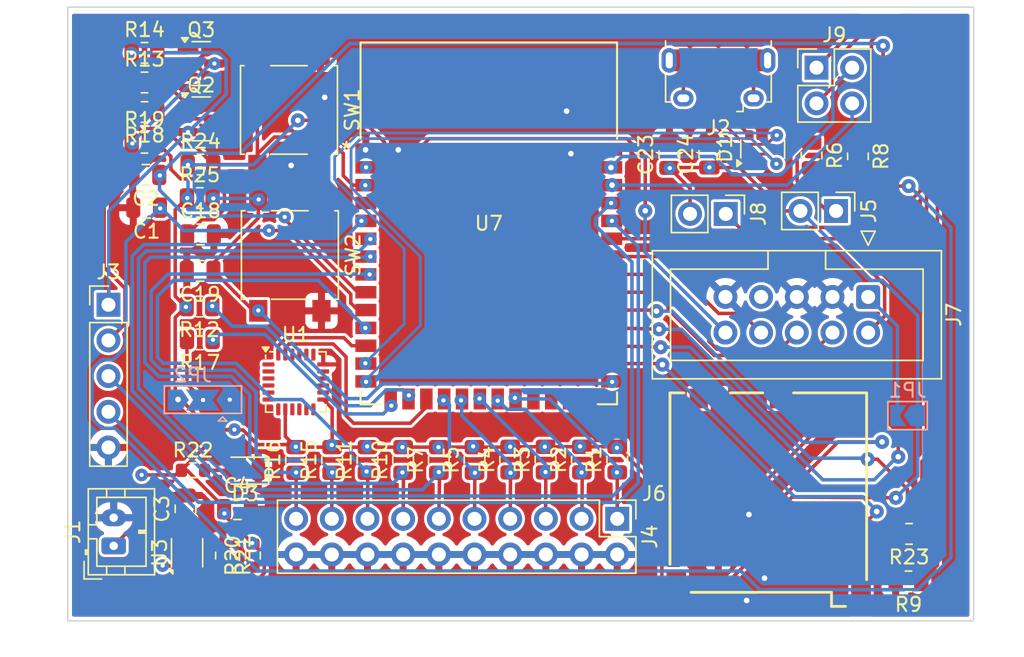
<source format=kicad_pcb>
(kicad_pcb (version 20240108) (generator "pcbnew") (generator_version "8.0")
  (layers (0 "F.Cu" signal) (31 "B.Cu" signal) (34 "B.Paste" user) (35 "F.Paste" user) (36 "B.SilkS" user "B.Silkscreen") (37 "F.SilkS" user "F.Silkscreen") (38 "B.Mask" user) (39 "F.Mask" user) (44 "Edge.Cuts" user))
  (net 0 "")
  (net 1 "GND")
  (net 2 "/End Hike")
  (net 3 "/Start Hike")
  (net 4 "/POWER FROM BATTERY")
  (net 5 "+3V3")
  (net 6 "/CHIP_PU")
  (net 7 "/GPIO0_STRAPPING")
  (net 8 "/D+")
  (net 9 "+5V")
  (net 10 "/D-")
  (net 11 "Net-(D3-A)")
  (net 12 "unconnected-(J2-Shield-Pad6)")
  (net 14 "/RX")
  (net 15 "/TX")
  (net 16 "/DTR")
  (net 17 "/RTS")
  (net 18 "/PRESS3")
  (net 19 "/PRESS1")
  (net 20 "/PRESS9")
  (net 21 "/PRESS6")
  (net 22 "/PRESS5")
  (net 23 "/PRESS7")
  (net 24 "/PRESS8")
  (net 25 "/PRESS10")
  (net 26 "/PRESS2")
  (net 27 "/PRESS4")
  (net 28 "Net-(J5-Pin_1)")
  (net 29 "/MTDO")
  (net 30 "/MTMS")
  (net 31 "/MTDI")
  (net 33 "Net-(J7-VTref)")
  (net 34 "/MTCK")
  (net 35 "Net-(J8-Pin_1)")
  (net 36 "Net-(JP2-C)")
  (net 37 "Net-(Q2-C)")
  (net 38 "Net-(Q2-B)")
  (net 39 "Net-(Q3-B)")
  (net 40 "Net-(Q3-C)")
  (net 41 "/GPIO46_STRAPPING")
  (net 42 "/GPIO3_STRAPPING")
  (net 43 "Net-(U3-FB)")
  (net 46 "/SCL_6050")
  (net 61 "/SDA_6050")
  (net 68 "/VBAT_SENSE")
  (net 71 "/SCLK")
  (net 72 "/GPIO45_STRAPPING")
  (net 73 "/CS")
  (net 74 "/MOSI")
  (net 75 "Net-(J9-Pin_1)")
  (net 76 "/MISO")
  (net 77 "Net-(J9-Pin_3)")
  (net 78 "Net-(J9-Pin_2)")
  (net 79 "Net-(J9-Pin_4)")
  (footprint "Connector_PinHeader_2.54mm:PinHeader_1x02_P2.54mm_Vertical" (layer "F.Cu") (at 210.67 52.69 -90)
    (property "Reference" "J8")
    (property "Value" "Conn_01x02_Pin")
  )
  (footprint "Resistor_SMD:R_0805_2012Metric" (layer "F.Cu") (at 173.2026 59.2836 180)
    (property "Reference" "R12")
    (property "Value" "1k")
  )
  (footprint "Button_Switch_SMD:SW_SPST_B3S-1000" (layer "F.Cu") (at 179.6416 55.6154 -90)
    (property "Reference" "SW2")
    (property "Value" "SW_Push")
  )
  (footprint "Package_TO_SOT_SMD:SOT-23" (layer "F.Cu") (at 173.3319 45.9232)
    (property "Reference" "Q2")
    (property "Value" "SS8050-G")
  )
  (footprint "Resistor_SMD:R_0805_2012Metric" (layer "F.Cu") (at 187.706 70.2056 90)
    (property "Reference" "R10")
    (property "Value" "1k")
  )
  (footprint "MEM2051-00-195-00-A:GCT_MEM2051-00-195-00-A" (layer "F.Cu") (at 213.7 73.03)
    (property "Reference" "J6")
    (property "Value" "PJS008U-3000-0")
  )
  (footprint "local_footprints:ESP32-S3-WROOM-1_EXP" (layer "F.Cu") (at 193.802 53.3654)
    (property "Reference" "U7")
    (property "Value" "ESP32-S3-WROOM-1-N16R2")
  )
  (footprint "Package_TO_SOT_SMD:SOT-143" (layer "F.Cu") (at 213.3015 48.0846 90)
    (property "Reference" "D1")
    (property "Value" "SP0503BAHT")
  )
  (footprint "Resistor_SMD:R_0805_2012Metric" (layer "F.Cu") (at 169.291 43.3324)
    (property "Reference" "R13")
    (property "Value" "10k")
  )
  (footprint "Capacitor_SMD:C_0805_2012Metric" (layer "F.Cu") (at 206.6608 48.4656 90)
    (property "Reference" "C23")
    (property "Value" "10u")
  )
  (footprint "Capacitor_SMD:C_0805_2012Metric" (layer "F.Cu") (at 209.5056 48.4402 90)
    (property "Reference" "C24")
    (property "Value" "100n")
  )
  (footprint "Resistor_SMD:R_0805_2012Metric" (layer "F.Cu") (at 192.786 70.2056 90)
    (property "Reference" "R5")
    (property "Value" "1k")
  )
  (footprint "Resistor_SMD:R_0805_2012Metric" (layer "F.Cu") (at 173.228 61.6204 180)
    (property "Reference" "R17")
    (property "Value" "1k")
  )
  (footprint "Resistor_SMD:R_0603_1608Metric" (layer "F.Cu") (at 172.7454 70.9422)
    (property "Reference" "R22")
    (property "Value" "5.1k")
  )
  (footprint "Connector_JST:JST_PH_B2B-PH-K_1x02_P2.00mm_Vertical" (layer "F.Cu") (at 167.0988 76.3204 90)
    (property "Reference" "J1")
    (property "Value" "Conn_01x02_Pin")
  )
  (footprint "Resistor_SMD:R_0805_2012Metric" (layer "F.Cu") (at 173.228 51.562)
    (property "Reference" "R25")
    (property "Value" "100k")
  )
  (footprint "Capacitor_SMD:C_0805_2012Metric" (layer "F.Cu") (at 169.3926 49.911 180)
    (property "Reference" "C2")
    (property "Value" "1uF")
  )
  (footprint "Resistor_SMD:R_0805_2012Metric" (layer "F.Cu") (at 202.946 70.1802 90)
    (property "Reference" "R1")
    (property "Value" "1k")
  )
  (footprint "Resistor_SMD:R_0805_2012Metric" (layer "F.Cu") (at 169.291 41.2242)
    (property "Reference" "R14")
    (property "Value" "10k")
  )
  (footprint "Resistor_SMD:R_0805_2012Metric" (layer "F.Cu") (at 182.6514 70.2056 90)
    (property "Reference" "R15")
    (property "Value" "1k")
  )
  (footprint "Capacitor_SMD:C_0805_2012Metric" (layer "F.Cu") (at 169.4434 52.2478 180)
    (property "Reference" "C1")
    (property "Value" "1uF")
  )
  (footprint "Resistor_SMD:R_0805_2012Metric" (layer "F.Cu") (at 200.4314 70.1802 90)
    (property "Reference" "R2")
    (property "Value" "1k")
  )
  (footprint "LED_SMD:LED_0805_2012Metric" (layer "F.Cu") (at 176.4538 70.9676 180)
    (property "Reference" "D3")
    (property "Value" "LED")
  )
  (footprint "Resistor_SMD:R_0805_2012Metric" (layer "F.Cu") (at 173.2788 49.1744)
    (property "Reference" "R24")
    (property "Value" "100k")
  )
  (footprint "Resistor_SMD:R_0805_2012Metric" (layer "F.Cu") (at 169.291 45.4406 180)
    (property "Reference" "R18")
    (property "Value" "10k")
  )
  (footprint "Capacitor_SMD:C_0805_2012Metric" (layer "F.Cu") (at 172.212 73.6854 90)
    (property "Reference" "C3")
    (property "Value" "10uF")
  )
  (footprint "Resistor_SMD:R_0805_2012Metric" (layer "F.Cu") (at 197.8406 70.1802 90)
    (property "Reference" "R3")
    (property "Value" "1k")
  )
  (footprint "Resistor_SMD:R_0805_2012Metric" (layer "F.Cu") (at 223.6825 78.85 180)
    (property "Reference" "R9")
    (property "Value" "100k")
  )
  (footprint "Package_SON:WSON-6-1EP_2x2mm_P0.65mm_EP1x1.6mm" (layer "F.Cu") (at 172.324 76.8081 90)
    (property "Reference" "U3")
    (property "Value" "TLV75801PDRV")
  )
  (footprint "Resistor_SMD:R_0805_2012Metric" (layer "F.Cu") (at 195.326 70.1802 90)
    (property "Reference" "R4")
    (property "Value" "1k")
  )
  (footprint "Connector_PinHeader_2.54mm:PinHeader_2x10_P2.54mm_Vertical" (layer "F.Cu") (at 202.946 74.3966 -90)
    (property "Reference" "J4")
    (property "Value" "Conn_02x10_Odd_Even")
  )
  (footprint "Resistor_SMD:R_0805_2012Metric" (layer "F.Cu") (at 220.08 48.59 -90)
    (property "Reference" "R8")
    (property "Value" "5k")
  )
  (footprint "Resistor_SMD:R_0805_2012Metric" (layer "F.Cu") (at 216.78 48.53 -90)
    (property "Reference" "R6")
    (property "Value" "5k")
  )
  (footprint "Resistor_SMD:R_0603_1608Metric" (layer "F.Cu") (at 174.879 77.0128 -90)
    (property "Reference" "R21")
    (property "Value" "200k")
  )
  (footprint "Connector_IDC:IDC-Header_2x05_P2.54mm_Vertical" (layer "F.Cu") (at 220.81 58.6 -90)
    (property "Reference" "J7")
    (property "Value" "Conn_ARM_JTAG_SWD_10")
  )
  (footprint "Resistor_SMD:R_0805_2012Metric" (layer "F.Cu") (at 185.166 70.2056 90)
    (property "Reference" "R11")
    (property "Value" "1k")
  )
  (footprint "Resistor_SMD:R_0805_2012Metric" (layer "F.Cu") (at 169.291 47.625)
    (property "Reference" "R19")
    (property "Value" "10k")
  )
  (footprint "Resistor_SMD:R_0805_2012Metric" (layer "F.Cu") (at 223.7225 75.47 180)
    (property "Reference" "R23")
    (property "Value" "100k")
  )
  (footprint "Resistor_SMD:R_0805_2012Metric" (layer "F.Cu") (at 180.086 70.2056 90)
    (property "Reference" "R16")
    (property "Value" "1k")
  )
  (footprint "Connector_PinHeader_2.54mm:PinHeader_1x05_P2.54mm_Vertical" (layer "F.Cu") (at 166.7256 59.1566)
    (property "Reference" "J3")
    (property "Value" "Conn_01x05_Female")
  )
  (footprint "Sensor_Motion:InvenSense_QFN-24_4x4mm_P0.5mm" (layer "F.Cu") (at 180.0664 64.655)
    (property "Reference" "U1")
    (property "Value" "MPU-6050")
  )
  (footprint "Button_Switch_SMD:SW_SPST_B3S-1000" (layer "F.Cu") (at 179.578 45.2882 -90)
    (property "Reference" "SW1")
    (property "Value" "SW_Push")
  )
  (footprint "Connector_PinHeader_2.54mm:PinHeader_1x02_P2.54mm_Vertical" (layer "F.Cu") (at 218.525 52.48 -90)
    (property "Reference" "J5")
    (property "Value" "Conn_01x02_Pin")
  )
  (footprint "Package_TO_SOT_SMD:SOT-23" (layer "F.Cu") (at 173.3296 41.9862)
    (property "Reference" "Q3")
    (property "Value" "SS8050-G")
  )
  (footprint "Resistor_SMD:R_0603_1608Metric" (layer "F.Cu") (at 177.0126 77.0128 90)
    (property "Reference" "R20")
    (property "Value" "1M")
  )
  (footprint "Resistor_SMD:R_0805_2012Metric" (layer "F.Cu") (at 190.246 70.2056 90)
    (property "Reference" "R7")
    (property "Value" "1k")
  )
  (footprint "Capacitor_SMD:C_0805_2012Metric" (layer "F.Cu") (at 175.9102 73.7108)
    (property "Reference" "C4")
    (property "Value" "10uF")
  )
  (footprint "Connector_USB:USB_Micro-B_Amphenol_10118194_Horizontal" (layer "F.Cu") (at 210.15 43.06 180)
    (property "Reference" "J2")
    (property "Value" "USB_B_Micro")
  )
  (footprint "Connector_PinHeader_2.54mm:PinHeader_2x02_P2.54mm_Vertical" (layer "F.Cu") (at 217.13 42.28)
    (property "Reference" "J9")
    (property "Value" "Conn_02x02_Odd_Even")
  )
  (footprint "Capacitor_SMD:C_0805_2012Metric" (layer "F.Cu") (at 173.2534 56.7436 180)
    (property "Reference" "C19")
    (property "Value" "1u")
  )
  (footprint "Capacitor_SMD:C_0805_2012Metric" (layer "F.Cu") (at 173.2788 54.1528)
    (property "Reference" "C18")
    (property "Value" "1u")
  )
  (footprint "Jumper:SolderJumper-2_P1.3mm_Open_TrianglePad1.0x1.5mm" (layer "B.Cu") (at 223.615 67.05 180)
    (property "Reference" "JP1")
    (property "Value" "SolderJumper_2_Open")
  )
  (footprint "Jumper:SolderJumper-3_P2.0mm_Open_TrianglePad1.0x1.5mm" (layer "B.Cu") (at 173.4504 65.9384 180)
    (property "Reference" "JP2")
    (property "Value" "SolderJumper_3_Open")
  )
  (gr_rect (start 163.83 37.97) (end 228.32 81.66) (stroke (width 0.1)) (fill none) (layer "Edge.Cuts"))
  (segment (start 187.36 48.13) (end 187.36 47.933204) (width 0.25) (layer "F.Cu") (net 1))
  (segment (start 212.16 80.21) (end 212.04 80.21) (width 0.25) (layer "F.Cu") (net 1))
  (segment (start 187.36 47.933204) (end 183.816796 44.39) (width 0.25) (layer "F.Cu") (net 1))
  (segment (start 199.9446 48.1054) (end 199.65 48.4) (width 0.25) (layer "F.Cu") (net 1))
  (segment (start 213.43 78.82) (end 212.16 80.09) (width 0.25) (layer "F.Cu") (net 1))
  (segment (start 212.5515 49.0846) (end 212.0515 49.0846) (width 0.25) (layer "F.Cu") (net 1))
  (segment (start 210.14 75.89) (end 211.94 74.09) (width 0.25) (layer "F.Cu") (net 1))
  (segment (start 212.16 80.09) (end 212.16 80.21) (width 0.25) (layer "F.Cu") (net 1))
  (segment (start 183.816796 44.39) (end 182.12 44.39) (width 0.25) (layer "F.Cu") (net 1))
  (segment (start 210.14 76.89) (end 210.14 75.89) (width 0.25) (layer "F.Cu") (net 1))
  (segment (start 211.8169 48.85) (end 210.8654 48.85) (width 0.25) (layer "F.Cu") (net 1))
  (segment (start 198.36 44.39) (end 199.34 45.37) (width 0.25) (layer "F.Cu") (net 1))
  (segment (start 202.552 48.1054) (end 199.9446 48.1054) (width 0.25) (layer "F.Cu") (net 1))
  (segment (start 212.04 80.21) (end 212.12 80.13) (width 0.25) (layer "F.Cu") (net 1))
  (segment (start 213.43 78.62) (end 213.43 78.82) (width 0.25) (layer "F.Cu") (net 1))
  (segment (start 210.8654 48.85) (end 209.5056 47.4902) (width 0.25) (layer "F.Cu") (net 1))
  (segment (start 211.94 74.09) (end 212.32 74.09) (width 0.25) (layer "F.Cu") (net 1))
  (segment (start 212.0515 49.0846) (end 211.8169 48.85) (width 0.25) (layer "F.Cu") (net 1))
  (segment (start 182.12 44.39) (end 198.36 44.39) (width 0.25) (layer "F.Cu") (net 1))
  (via (at 199.34 45.37) (size 1) (drill 0.4) (layers "F.Cu" "B.Cu") (net 1))
  (via (at 182.12 44.39) (size 1) (drill 0.4) (layers "F.Cu" "B.Cu") (net 1))
  (via (at 179.73 49.24) (size 1) (drill 0.4) (layers "F.Cu" "B.Cu") (net 1))
  (via (at 185.03 48.13) (size 1) (drill 0.4) (layers "F.Cu" "B.Cu") (net 1))
  (via (at 199.65 48.4) (size 1) (drill 0.4) (layers "F.Cu" "B.Cu") (net 1))
  (via (at 213.43 78.62) (size 1) (drill 0.4) (layers "F.Cu" "B.Cu") (net 1))
  (via (at 187.36 48.13) (size 1) (drill 0.4) (layers "F.Cu" "B.Cu") (net 1))
  (via (at 175.3616 65.913) (size 0.9) (drill 0.3) (layers "F.Cu" "B.Cu") (net 1))
  (via (at 212.16 80.21) (size 1) (drill 0.4) (layers "F.Cu" "B.Cu") (net 1))
  (via (at 212.32 74.09) (size 1) (drill 0.4) (layers "F.Cu" "B.Cu") (net 1))
  (segment (start 187.63 48.4) (end 187.36 48.13) (width 0.25) (layer "B.Cu") (net 1))
  (segment (start 185.03 48.13) (end 187.36 48.13) (width 0.25) (layer "B.Cu") (net 1))
  (segment (start 199.65 48.4) (end 187.63 48.4) (width 0.25) (layer "B.Cu") (net 1))
  (segment (start 182.12 46.85) (end 179.73 49.24) (width 0.25) (layer "B.Cu") (net 1))
  (segment (start 182.12 44.39) (end 182.12 46.85) (width 0.25) (layer "B.Cu") (net 1))
  (segment (start 213.27 78.62) (end 213.43 78.62) (width 0.25) (layer "B.Cu") (net 1))
  (segment (start 212.32 74.09) (end 212.32 77.67) (width 0.25) (layer "B.Cu") (net 1))
  (segment (start 212.32 77.67) (end 213.27 78.62) (width 0.25) (layer "B.Cu") (net 1))
  (segment (start 178.1302 53.8734) (end 179.449604 53.8734) (width 0.25) (layer "F.Cu") (net 2))
  (segment (start 223.69 50.71) (end 218.0475 50.71) (width 0.25) (layer "F.Cu") (net 2))
  (segment (start 183.9777 58.401496) (end 183.9777 59.0349) (width 0.25) (layer "F.Cu") (net 2))
  (segment (start 218.0475 50.71) (end 216.78 49.4425) (width 0.25) (layer "F.Cu") (net 2))
  (segment (start 184.4782 59.5354) (end 185.052 59.5354) (width 0.25) (layer "F.Cu") (net 2))
  (segment (start 179.449604 53.8734) (end 183.9777 58.401496) (width 0.25) (layer "F.Cu") (net 2))
  (segment (start 183.9777 59.0349) (end 184.4782 59.5354) (width 0.25) (layer "F.Cu") (net 2))
  (via (at 178.1556 53.8734) (size 0.9) (drill 0.3) (layers "F.Cu" "B.Cu") (net 2))
  (via (at 223.69 50.71) (size 1) (drill 0.4) (layers "F.Cu" "B.Cu") (net 2))
  (via (at 170.4086 52.2986) (size 0.9) (drill 0.3) (layers "F.Cu" "B.Cu") (net 2))
  (segment (start 177.372301 78.1116) (end 211.7516 78.1116) (width 0.25) (layer "B.Cu") (net 2))
  (segment (start 167.9702 62.1792) (end 167.0878 63.0616) (width 0.25) (layer "B.Cu") (net 2))
  (segment (start 226.7 53.66) (end 223.75 50.71) (width 0.25) (layer "B.Cu") (net 2))
  (segment (start 226.7 77.17) (end 226.7 53.66) (width 0.25) (layer "B.Cu") (net 2))
  (segment (start 170.434 52.2224) (end 167.9702 54.6862) (width 0.25) (layer "B.Cu") (net 2))
  (segment (start 223.75 50.71) (end 223.69 50.71) (width 0.25) (layer "B.Cu") (net 2))
  (segment (start 167.0878 63.0616) (end 166.238899 63.0616) (width 0.25) (layer "B.Cu") (net 2))
  (segment (start 167.9702 54.6862) (end 167.9702 62.1792) (width 0.25) (layer "B.Cu") (net 2))
  (segment (start 166.238899 63.0616) (end 165.5506 63.749899) (width 0.25) (layer "B.Cu") (net 2))
  (segment (start 165.5506 63.749899) (end 165.5506 67.263301) (width 0.25) (layer "B.Cu") (net 2))
  (segment (start 223.69 50.71) (end 223.69 50.65) (width 0.25) (layer "B.Cu") (net 2))
  (segment (start 167.212301 67.9516) (end 177.372301 78.1116) (width 0.25) (layer "B.Cu") (net 2))
  (segment (start 165.5506 67.263301) (end 166.238899 67.9516) (width 0.25) (layer "B.Cu") (net 2))
  (segment (start 225.76 78.11) (end 226.7 77.17) (width 0.25) (layer "B.Cu") (net 2))
  (segment (start 213.085 79.445) (end 224.325 79.445) (width 0.25) (layer "B.Cu") (net 2))
  (segment (start 225.66 78.11) (end 225.76 78.11) (width 0.25) (layer "B.Cu") (net 2))
  (segment (start 223.69 50.65) (end 223.81 50.77) (width 0.25) (layer "B.Cu") (net 2))
  (segment (start 172.085 53.8734) (end 170.434 52.2224) (width 0.25) (layer "B.Cu") (net 2))
  (segment (start 211.7516 78.1116) (end 213.085 79.445) (width 0.25) (layer "B.Cu") (net 2))
  (segment (start 166.238899 67.9516) (end 167.212301 67.9516) (width 0.25) (layer "B.Cu") (net 2))
  (segment (start 224.325 79.445) (end 225.66 78.11) (width 0.25) (layer "B.Cu") (net 2))
  (segment (start 178.1302 53.8734) (end 172.085 53.8734) (width 0.25) (layer "B.Cu") (net 2))
  (segment (start 221.87 47.4201) (end 220.08 49.2101) (width 0.25) (layer "F.Cu") (net 3))
  (segment (start 220.08 49.2101) (end 220.08 49.5025) (width 0.25) (layer "F.Cu") (net 3))
  (segment (start 179.2478 53.0352) (end 179.2478 52.832) (width 0.25) (layer "F.Cu") (net 3))
  (segment (start 221.87 40.72) (end 221.87 47.4201) (width 0.25) (layer "F.Cu") (net 3))
  (segment (start 184.478 58.2654) (end 179.2478 53.0352) (width 0.25) (layer "F.Cu") (net 3))
  (segment (start 185.052 58.2654) (end 184.478 58.2654) (width 0.25) (layer "F.Cu") (net 3))
  (via (at 221.87 40.72) (size 1) (drill 0.4) (layers "F.Cu" "B.Cu") (net 3))
  (via (at 170.385556 49.953956) (size 0.9) (drill 0.3) (layers "F.Cu" "B.Cu") (net 3))
  (via (at 179.2732 52.9082) (size 0.9) (drill 0.3) (layers "F.Cu" "B.Cu") (net 3))
  (segment (start 221.87 40.59) (end 221.79 40.67) (width 0.25) (layer "B.Cu") (net 3))
  (segment (start 221.74 40.72) (end 221.87 40.72) (width 0.25) (layer "B.Cu") (net 3))
  (segment (start 176.090299 48.3732) (end 183.903499 40.56) (width 0.25) (layer "B.Cu") (net 3))
  (segment (start 221.71 40.56) (end 221.87 40.72) (width 0.25) (layer "B.Cu") (net 3))
  (segment (start 179.289706 52.8392) (end 179.255 52.8392) (width 0.25) (layer "B.Cu") (net 3))
  (segment (start 170.3578 49.911) (end 171.8956 48.3732) (width 0.25) (layer "B.Cu") (net 3))
  (segment (start 170.3578 50.9778) (end 170.3578 49.911) (width 0.25) (layer "B.Cu") (net 3))
  (segment (start 172.2192 52.8392) (end 170.3578 50.9778) (width 0.25) (layer "B.Cu") (net 3))
  (segment (start 171.8956 48.3732) (end 176.090299 48.3732) (width 0.25) (layer "B.Cu") (net 3))
  (segment (start 179.255 52.8392) (end 179.2478 52.832) (width 0.25) (layer "B.Cu") (net 3))
  (segment (start 183.903499 40.56) (end 221.71 40.56) (width 0.25) (layer "B.Cu") (net 3))
  (segment (start 221.87 40.72) (end 221.87 40.59) (width 0.25) (layer "B.Cu") (net 3))
  (segment (start 179.2406 52.8392) (end 172.2192 52.8392) (width 0.25) (layer "B.Cu") (net 3))
  (segment (start 179.2478 52.832) (end 179.2406 52.8392) (width 0.25) (layer "B.Cu") (net 3))
  (segment (start 221.7626 40.6974) (end 221.74 40.72) (width 0.25) (layer "B.Cu") (net 3))
  (segment (start 171.674 75.1734) (end 171.674 75.9206) (width 0.25) (layer "F.Cu") (net 4))
  (segment (start 172.974 75.3974) (end 172.974 75.9206) (width 0.25) (layer "F.Cu") (net 4))
  (segment (start 172.212 74.6354) (end 172.974 75.3974) (width 0.25) (layer "F.Cu") (net 4))
  (segment (start 168.6822 74.737) (end 167.0988 76.3204) (width 0.25) (layer "F.Cu") (net 4))
  (segment (start 172.212 74.6354) (end 171.674 75.1734) (width 0.25) (layer "F.Cu") (net 4))
  (segment (start 172.2374 74.737) (end 168.6822 74.737) (width 0.25) (layer "F.Cu") (net 4))
  (segment (start 171.478 60.0684) (end 171.478 65.698) (width 0.25) (layer "F.Cu") (net 5))
  (segment (start 182.6514 66.54) (end 182.6514 69.2931) (width 0.25) (layer "F.Cu") (net 5))
  (segment (start 190.221085 69.2931) (end 190.221525 69.29354) (width 0.25) (layer "F.Cu") (net 5))
  (segment (start 222.78 72.9) (end 222.78 72.85) (width 0.25) (layer "F.Cu") (net 5))
  (segment (start 182.4717 69.2931) (end 182.626 69.1388) (width 0.25) (layer "F.Cu") (net 5))
  (segment (start 169.1132 71.2724) (end 171.5008 71.2724) (width 0.25) (layer "F.Cu") (net 5))
  (segment (start 171.68 65.9) (end 171.87 65.9) (width 0.25) (layer "F.Cu") (net 5))
  (segment (start 171.4784 52.3991) (end 171.4784 58.55) (width 0.25) (layer "F.Cu") (net 5))
  (segment (start 185.166 69.2931) (end 182.7803 69.2931) (width 0.25) (layer "F.Cu") (net 5))
  (segment (start 174.7906 68.072) (end 175.6918 68.072) (width 0.25) (layer "F.Cu") (net 5))
  (segment (start 206.7268 49.3902) (end 206.6862 49.4308) (width 0.25) (layer "F.Cu") (net 5))
  (segment (start 171.674 77.6956) (end 171.674 77.883099) (width 0.25) (layer "F.Cu") (net 5))
  (segment (start 209.5056 49.3902) (end 206.7268 49.3902) (width 0.25) (layer "F.Cu") (net 5))
  (segment (start 182.0164 65.905) (end 182.6514 66.54) (width 0.25) (layer "F.Cu") (net 5))
  (segment (start 176.3014 68.072) (end 175.6918 68.072) (width 0.25) (layer "F.Cu") (net 5))
  (segment (start 206.125 80.255) (end 206.125 72.4467) (width 0.25) (layer "F.Cu") (net 5))
  (segment (start 195.326 69.2677) (end 197.8406 69.2677) (width 0.25) (layer "F.Cu") (net 5))
  (segment (start 179.3164 66.605) (end 179.3164 68.5235) (width 0.25) (layer "F.Cu") (net 5))
  (segment (start 212.34 76.89) (end 212.34 75.89) (width 0.25) (layer "F.Cu") (net 5))
  (segment (start 211.645144 49.3902) (end 209.5056 49.3902) (width 0.25) (layer "F.Cu") (net 5))
  (segment (start 206.125 72.4467) (end 202.946 69.2677) (width 0.25) (layer "F.Cu") (net 5))
  (segment (start 171.9204 70.9422) (end 174.7906 68.072) (width 0.25) (layer "F.Cu") (net 5))
  (segment (start 212.34 77.39) (end 209.475 80.255) (width 0.25) (layer "F.Cu") (net 5))
  (segment (start 180.21 46.03) (end 180.23 45.99) (width 0.25) (layer "F.Cu") (net 5))
  (segment (start 186.37 47.5796) (end 184.7804 45.99) (width 0.25) (layer "F.Cu") (net 5))
  (segment (start 182.7803 69.2931) (end 182.626 69.1388) (width 0.25) (layer "F.Cu") (net 5))
  (segment (start 171.478 65.698) (end 171.68 65.9) (width 0.25) (layer "F.Cu") (net 5))
  (segment (start 187.706 69.2931) (end 190.221085 69.2931) (width 0.25) (layer "F.Cu") (net 5))
  (segment (start 177.391404 78.682) (end 177.82 78.253404) (width 0.25) (layer "F.Cu") (net 5))
  (segment (start 180.086 69.2931) (end 182.4717 69.2931) (width 0.25) (layer "F.Cu") (net 5))
  (segment (start 200.2771 69.2677) (end 200.3044 69.2404) (width 0.25) (layer "F.Cu") (net 5))
  (segment (start 192.786 69.2931) (end 195.3006 69.2931) (width 0.25) (layer "F.Cu") (net 5))
  (segment (start 200.5076 69.2658) (end 202.9441 69.2658) (width 0.25) (layer "F.Cu") (net 5))
  (segment (start 195.3006 69.2931) (end 195.326 69.2677) (width 0.25) (layer "F.Cu") (net 5))
  (segment (start 208.13 52.69) (end 208.13 50.8746) (width 0.25) (layer "F.Cu") (net 5))
  (segment (start 170.688 77.7494) (end 171.6202 77.7494) (width 0.25) (layer "F.Cu") (net 5))
  (segment (start 184.7804 45.99) (end 180.21 46.03) (width 0.25) (layer "F.Cu") (net 5))
  (segment (start 197.8406 69.2677) (end 200.2771 69.2677) (width 0.25) (layer "F.Cu") (net 5))
  (segment (start 171.4784 58.55) (end 172.2374 59.309) (width 0.25) (layer "F.Cu") (net 5))
  (segment (start 186.37 49.0567) (end 186.37 47.5796) (width 0.25) (layer "F.Cu") (net 5))
  (segment (start 215.38 72.85) (end 222.78 72.9) (width 0.25) (layer "F.Cu") (net 5))
  (segment (start 171.87 65.9) (end 174.0166 68.0466) (width 0.25) (layer "F.Cu") (net 5))
  (segment (start 172.2374 59.309) (end 171.478 60.0684) (width 0.25) (layer "F.Cu") (net 5))
  (segment (start 180.0606 69.1134) (end 177.3428 69.1134) (width 0.25) (layer "F.Cu") (net 5))
  (segment (start 209.475 80.255) (end 206.125 80.255) (width 0.25) (layer "F.Cu") (net 5))
  (segment (start 192.6317 69.2931) (end 192.6844 69.2404) (width 0.25) (layer "F.Cu") (net 5))
  (segment (start 212.34 75.89) (end 215.38 72.85) (width 0.25) (layer "F.Cu") (net 5))
  (segment (start 174.9806 74.0156) (end 174.9806 74.1426) (width 0.25) (layer "F.Cu") (net 5))
  (segment (start 171.5008 71.2724) (end 171.8564 70.9168) (width 0.25) (layer "F.Cu") (net 5))
  (segment (start 177.82 76.9952) (end 177.0126 76.1878) (width 0.25) (layer "F.Cu") (net 5))
  (segment (start 171.6202 77.7494) (end 171.674 77.6956) (width 0.25) (layer "F.Cu") (net 5))
  (segment (start 174.0166 68.0466) (end 175.6918 68.0466) (width 0.25) (layer "F.Cu") (net 5))
  (segment (start 171.674 77.883099) (end 172.472901 78.682) (width 0.25) (layer "F.Cu") (net 5))
  (segment (start 174.9806 74.0156) (end 174.9806 73.6024) (width 0.25) (layer "F.Cu") (net 5))
  (segment (start 185.052 49.3754) (end 186.0513 49.3754) (width 0.25) (layer "F.Cu") (net 5))
  (segment (start 172.3204 70.9422) (end 171.9204 70.9422) (width 0.25) (layer "F.Cu") (net 5))
  (segment (start 174.9806 74.1426) (end 176.9618 76.1238) (width 0.25) (layer "F.Cu") (net 5))
  (segment (start 190.246 69.2931) (end 192.6317 69.2931) (width 0.25) (layer "F.Cu") (net 5))
  (segment (start 186.0513 49.3754) (end 186.37 49.0567) (width 0.25) (layer "F.Cu") (net 5))
  (segment (start 174.9806 73.6024) (end 172.3204 70.9422) (width 0.25) (layer "F.Cu") (net 5))
  (segment (start 214.734944 52.48) (end 211.645144 49.3902) (width 0.25) (layer "F.Cu") (net 5))
  (segment (start 212.34 76.89) (end 212.34 77.39) (width 0.25) (layer "F.Cu") (net 5))
  (segment (start 185.1933 69.2931) (end 187.706 69.2931) (width 0.25) (layer "F.Cu") (net 5))
  (segment (start 172.472901 78.682) (end 177.391404 78.682) (width 0.25) (layer "F.Cu") (net 5))
  (segment (start 177.3428 69.1134) (end 176.3014 68.072) (width 0.25) (layer "F.Cu") (net 5))
  (segment (start 215.985 52.48) (end 214.734944 52.48) (width 0.25) (layer "F.Cu") (net 5))
  (segment (start 180.1114 69.1642) (end 180.0606 69.1134) (width 0.25) (layer "F.Cu") (net 5))
  (segment (start 172.3155 51.562) (end 171.4784 52.3991) (width 0.25) (layer "F.Cu") (net 5))
  (segment (start 202.9441 69.2658) (end 202.946 69.2677) (width 0.25) (layer "F.Cu") (net 5))
  (segment (start 185.1406 69.2404) (end 185.1933 69.2931) (width 0.25) (layer "F.Cu") (net 5))
  (segment (start 179.3164 68.5235) (end 180.086 69.2931) (width 0.25) (layer "F.Cu") (net 5))
  (segment (start 177.82 78.253404) (end 177.82 76.9952) (width 0.25) (layer "F.Cu") (net 5))
  (segment (start 208.13 50.8746) (end 206.6862 49.4308) (width 0.25) (layer "F.Cu") (net 5))
  (via (at 209.5056 49.38) (size 0.9) (drill 0.3) (layers "F.Cu" "B.Cu") (net 5))
  (via (at 176.9618 76.1238) (size 0.9) (drill 0.3) (layers "F.Cu" "B.Cu") (net 5))
  (via (at 175.6918 68.0466) (size 0.9) (drill 0.3) (layers "F.Cu" "B.Cu") (net 5))
  (via (at 206.6862 49.4308) (size 0.9) (drill 0.3) (layers "F.Cu" "B.Cu") (net 5))
  (via (at 180.0606 69.2658) (size 0.9) (drill 0.3) (layers "F.Cu" "B.Cu") (net 5))
  (via (at 172.339 51.562) (size 0.9) (drill 0.3) (layers "F.Cu" "B.Cu") (net 5))
  (via (at 185.1406 69.2404) (size 0.9) (drill 0.3) (layers "F.Cu" "B.Cu") (net 5))
  (via (at 172.3898 49.1998) (size 0.9) (drill 0.3) (layers "F.Cu" "B.Cu") (net 5))
  (via (at 195.326 69.2677) (size 0.9) (drill 0.3) (layers "F.Cu" "B.Cu") (net 5))
  (via (at 171.68 65.9) (size 1) (drill 0.4) (layers "F.Cu" "B.Cu") (net 5))
  (via (at 190.221525 69.29354) (size 0.9) (drill 0.3) (layers "F.Cu" "B.Cu") (net 5))
  (via (at 174.9806 74.0156) (size 0.9) (drill 0.3) (layers "F.Cu" "B.Cu") (net 5))
  (via (at 182.626 69.1388) (size 0.9) (drill 0.3) (layers "F.Cu" "B.Cu") (net 5))
  (via (at 180.21 46.03) (size 1) (drill 0.4) (layers "F.Cu" "B.Cu") (net 5))
  (via (at 202.9206 69.342) (size 0.9) (drill 0.3) (layers "F.Cu" "B.Cu") (net 5))
  (via (at 200.3044 69.2404) (size 0.9) (drill 0.3) (layers "F.Cu" "B.Cu") (net 5))
  (via (at 170.5864 77.724) (size 0.9) (drill 0.3) (layers "F.Cu" "B.Cu") (net 5))
  (via (at 185.0644 49.3776) (size 0.9) (drill 0.3) (layers "F.Cu" "B.Cu") (net 5))
  (via (at 187.6552 69.2912) (size 0.9) (drill 0.3) (layers "F.Cu" "B.Cu") (net 5))
  (via (at 222.78 72.9) (size 1) (drill 0.4) (layers "F.Cu" "B.Cu") (net 5))
  (via (at 169.0878 71.2724) (size 0.9) (drill 0.3) (layers "F.Cu" "B.Cu") (net 5))
  (via (at 192.6844 69.2404) (size 0.9) (drill 0.3) (layers "F.Cu" "B.Cu") (net 5))
  (via (at 197.7898 69.2658) (size 0.9) (drill 0.3) (layers "F.Cu" "B.Cu") (net 5))
  (via (at 172.2374 59.309) (size 0.9) (drill 0.3) (layers "F.Cu" "B.Cu") (net 5))
  (segment (start 224.34 59.93) (end 224.34 67.05) (width 0.25) (layer "B.Cu") (net 5))
  (segment (start 221.835 57.425) (end 224.34 59.93) (width 0.25) (layer "B.Cu") (net 5))
  (segment (start 180.21 46.03) (end 177.0402 49.1998) (width 0.25) (layer "B.Cu") (net 5))
  (segment (start 215.985 52.48) (end 220.93 57.425) (width 0.25) (layer "B.Cu") (net 5))
  (segment (start 224.34 71.34) (end 224.34 67.05) (width 0.25) (layer "B.Cu") (net 5))
  (segment (start 172.3898 51.5112) (end 172.339 51.562) (width 0.25) (layer "B.Cu") (net 5))
  (segment (start 206.6862 49.4308) (end 206.737 49.38) (width 0.25) (layer "B.Cu") (net 5))
  (segment (start 177.0402 49.1998) (end 172.3898 49.1998) (width 0.25) (layer "B.Cu") (net 5))
  (segment (start 222.78 72.9) (end 224.34 71.34) (width 0.25) (layer "B.Cu") (net 5))
  (segment (start 172.3898 49.1998) (end 172.3898 51.5112) (width 0.25) (layer "B.Cu") (net 5))
  (segment (start 220.93 57.425) (end 221.835 57.425) (width 0.25) (layer "B.Cu") (net 5))
  (segment (start 172.3288 54.1528) (end 173.3788 53.1028) (width 0.25) (layer "F.Cu") (net 6))
  (segment (start 177.328 48.4272) (end 178.5366 47.2186) (width 0.25) (layer "F.Cu") (net 6))
  (segment (start 189.5641 47.3359) (end 186.2546 50.6454) (width 0.25) (layer "F.Cu") (net 6))
  (segment (start 183.4388 48.387) (end 183.4388 49.9618) (width 0.25) (layer "F.Cu") (net 6))
  (segment (start 177.328 49.2632) (end 177.328 48.4272) (width 0.25) (layer "F.Cu") (net 6))
  (segment (start 204.94 48.6496) (end 203.6263 47.3359) (width 0.25) (layer "F.Cu") (net 6))
  (segment (start 184.1224 50.6454) (end 185.0498 50.6454) (width 0.25) (layer "F.Cu") (net 6))
  (segment (start 174.2272 53.1028) (end 174.978 52.352) (width 0.25) (layer "F.Cu") (net 6))
  (segment (start 204.94 52.47) (end 204.94 48.6496) (width 0.25) (layer "F.Cu") (net 6))
  (segment (start 178.5366 47.2186) (end 182.2704 47.2186) (width 0.25) (layer "F.Cu") (net 6))
  (segment (start 185.0542 50.6454) (end 185.052 50.6454) (width 0.25) (layer "F.Cu") (net 6))
  (segment (start 185.0898 50.6476) (end 185.0542 50.6454) (width 0.25) (layer "F.Cu") (net 6))
  (segment (start 177.2392 49.1744) (end 177.328 49.2632) (width 0.25) (layer "F.Cu") (net 6))
  (segment (start 174.978 49.9611) (end 174.1913 49.1744) (width 0.25) (layer "F.Cu") (net 6))
  (segment (start 168.3785 45.4406) (end 169.5379 46.6) (width 0.25) (layer "F.Cu") (net 6))
  (segment (start 171.3319 47.2208) (end 171.3319 47.224108) (width 0.25) (layer "F.Cu") (net 6))
  (segment (start 185.0498 50.6454) (end 185.0898 50.6476) (width 0.25) (layer "F.Cu") (net 6))
  (segment (start 174.978 52.352) (end 174.978 49.9611) (width 0.25) (layer "F.Cu") (net 6))
  (segment (start 186.2546 50.6454) (end 185.052 50.6454) (width 0.25) (layer "F.Cu") (net 6))
  (segment (start 183.4388 49.9618) (end 184.1224 50.6454) (width 0.25) (layer "F.Cu") (net 6))
  (segment (start 203.6263 47.3359) (end 189.5641 47.3359) (width 0.25) (layer "F.Cu") (net 6))
  (segment (start 182.2704 47.2186) (end 183.4388 48.387) (width 0.25) (layer "F.Cu") (net 6))
  (segment (start 170.7111 46.6) (end 171.3319 47.2208) (width 0.25) (layer "F.Cu") (net 6))
  (segment (start 171.3319 47.224108) (end 171.935992 47.8282) (width 0.25) (layer "F.Cu") (net 6))
  (segment (start 173.3788 53.1028) (end 174.2272 53.1028) (width 0.25) (layer "F.Cu") (net 6))
  (segment (start 169.5379 46.6) (end 170.7111 46.6) (width 0.25) (layer "F.Cu") (net 6))
  (segment (start 171.935992 47.8282) (end 172.8451 47.8282) (width 0.25) (layer "F.Cu") (net 6))
  (segment (start 172.8451 47.8282) (end 174.1913 49.1744) (width 0.25) (layer "F.Cu") (net 6))
  (segment (start 177.328 49.2632) (end 177.328 41.3132) (width 0.25) (layer "F.Cu") (net 6))
  (segment (start 174.1913 49.1744) (end 177.2392 49.1744) (width 0.25) (layer "F.Cu") (net 6))
  (via (at 185.0136 50.6476) (size 0.9) (drill 0.3) (layers "F.Cu" "B.Cu") (net 6))
  (via (at 204.94 52.47) (size 1) (drill 0.4) (layers "F.Cu" "B.Cu") (net 6))
  (segment (start 210.65 61.14) (end 204.9 55.39) (width 0.25) (layer "B.Cu") (net 6))
  (segment (start 204.94 52.47) (end 204.9 52.58) (width 0.25) (layer "B.Cu") (net 6))
  (segment (start 204.9 55.39) (end 204.94 52.47) (width 0.25) (layer "B.Cu") (net 6))
  (segment (start 177.3936 51.6636) (end 177.3936 52.9844) (width 0.25) (layer "F.Cu") (net 7))
  (segment (start 172.7779 50.1994) (end 171.8587 50.1994) (width 0.25) (layer "F.Cu") (net 7))
  (segment (start 174.117 51.5385) (end 174.117 51.5874) (width 0.25) (layer "F.Cu") (net 7))
  (segment (start 174.2034 56.1746) (end 174.2034 56.7436) (width 0.25) (layer "F.Cu") (net 7))
  (segment (start 177.3936 52.9844) (end 174.2034 56.1746) (width 0.25) (layer "F.Cu") (net 7))
  (segment (start 174.117 51.5874) (end 174.1659 51.5874) (width 0.25) (layer "F.Cu") (net 7))
  (segment (start 174.1659 51.5874) (end 172.7779 50.1994) (width 0.25) (layer "F.Cu") (net 7))
  (segment (start 177.3936 51.6636) (end 177.4148 51.6636) (width 0.25) (layer "F.Cu") (net 7))
  (segment (start 171.1706 48.5921) (end 170.2035 47.625) (width 0.25) (layer "F.Cu") (net 7))
  (segment (start 171.1706 49.5113) (end 171.1706 48.5921) (width 0.25) (layer "F.Cu") (net 7))
  (segment (start 174.2034 56.7436) (end 177.0502 59.5904) (width 0.25) (layer "F.Cu") (net 7))
  (segment (start 177.3936 59.5122) (end 177.3916 59.5904) (width 0.25) (layer "F.Cu") (net 7))
  (segment (start 171.8587 50.1994) (end 171.1706 49.5113) (width 0.25) (layer "F.Cu") (net 7))
  (segment (start 177.3132 51.562) (end 177.3936 51.6424) (width 0.25) (layer "F.Cu") (net 7))
  (segment (start 177.0502 59.5904) (end 177.3936 59.5122) (width 0.25) (layer "F.Cu") (net 7))
  (segment (start 177.3936 51.6424) (end 177.3936 51.6636) (width 0.25) (layer "F.Cu") (net 7))
  (segment (start 177.4148 51.6636) (end 177.3916 51.6404) (width 0.25) (layer "F.Cu") (net 7))
  (segment (start 174.1405 51.562) (end 174.117 51.5385) (width 0.25) (layer "F.Cu") (net 7))
  (via (at 202.5904 64.643) (size 0.9) (drill 0.3) (layers "F.Cu" "B.Cu") (net 7))
  (via (at 177.3936 59.563) (size 0.9) (drill 0.3) (layers "F.Cu" "B.Cu") (net 7))
  (via (at 174.1932 51.5874) (size 0.9) (drill 0.3) (layers "F.Cu" "B.Cu") (net 7))
  (via (at 177.419 51.6636) (size 0.9) (drill 0.3) (layers "F.Cu" "B.Cu") (net 7))
  (segment (start 202.3684 64.7634) (end 202.5396 64.5922) (width 0.25) (layer "B.Cu") (net 7))
  (segment (start 183.7182 65.8368) (end 185.1406 65.8368) (width 0.25) (layer "B.Cu") (net 7))
  (segment (start 177.3936 59.5122) (end 183.7182 65.8368) (width 0.25) (layer "B.Cu") (net 7))
  (segment (start 186.214 64.7634) (end 202.3684 64.7634) (width 0.25) (layer "B.Cu") (net 7))
  (segment (start 174.117 51.5874) (end 177.3174 51.5874) (width 0.25) (layer "B.Cu") (net 7))
  (segment (start 185.1406 65.8368) (end 186.214 64.7634) (width 0.25) (layer "B.Cu") (net 7))
  (segment (start 177.3174 51.5874) (end 177.3936 51.6636) (width 0.25) (layer "B.Cu") (net 7))
  (segment (start 210.15 46.624856) (end 211.959744 48.4346) (width 0.2) (layer "F.Cu") (net 8))
  (segment (start 214.2808 49.126) (end 214.2929 49.126) (width 0.2) (layer "F.Cu") (net 8))
  (segment (start 210.15 44.46) (end 210.15 46.624856) (width 0.2) (layer "F.Cu") (net 8))
  (segment (start 211.959744 48.4346) (end 213.6015 48.4346) (width 0.2) (layer "F.Cu") (net 8))
  (segment (start 214.2929 49.126) (end 214.2515 49.0846) (width 0.2) (layer "F.Cu") (net 8))
  (segment (start 214.2808 49.1139) (end 214.2808 49.126) (width 0.2) (layer "F.Cu") (net 8))
  (segment (start 213.6015 48.4346) (end 214.2808 49.1139) (width 0.2) (layer "F.Cu") (net 8))
  (via (at 185.0644 64.643) (size 0.9) (drill 0.3) (layers "F.Cu" "B.Cu") (net 8))
  (via (at 214.2808 49.126) (size 0.9) (drill 0.3) (layers "F.Cu" "B.Cu") (net 8))
  (segment (start 188.9252 55.7276) (end 183.9976 50.8) (width 0.2) (layer "B.Cu") (net 8))
  (segment (start 183.9976 48.031029) (end 184.698629 47.33) (width 0.2) (layer "B.Cu") (net 8))
  (segment (start 212.4848 47.33) (end 214.2808 49.126) (width 0.2) (layer "B.Cu") (net 8))
  (segment (start 188.9252 60.6298) (end 188.9252 55.7276) (width 0.2) (layer "B.Cu") (net 8))
  (segment (start 183.9976 50.8) (end 183.9976 48.031029) (width 0.2) (layer "B.Cu") (net 8))
  (segment (start 184.698629 47.33) (end 212.4848 47.33) (width 0.2) (layer "B.Cu") (net 8))
  (segment (start 184.9374 64.6176) (end 188.9252 60.6298) (width 0.2) (layer "B.Cu") (net 8))
  (segment (start 212.3515 47.0846) (end 211.45 46.1831) (width 0.25) (layer "F.Cu") (net 9))
  (segment (start 211.45 46.1831) (end 211.45 44.46) (width 0.25) (layer "F.Cu") (net 9))
  (segment (start 212.010948 47.7346) (end 213.6015 47.7346) (width 0.2) (layer "F.Cu") (net 10))
  (segment (start 210.8 44.46) (end 210.8 46.523652) (width 0.2) (layer "F.Cu") (net 10))
  (segment (start 210.8 46.523652) (end 212.010948 47.7346) (width 0.2) (layer "F.Cu") (net 10))
  (segment (start 213.6015 47.7346) (end 214.2675 47.0686) (width 0.2) (layer "F.Cu") (net 10))
  (segment (start 214.2675 47.0686) (end 214.3316 47.0686) (width 0.2) (layer "F.Cu") (net 10))
  (segment (start 214.3316 47.0686) (end 214.3316 47.0045) (width 0.2) (layer "F.Cu") (net 10))
  (via (at 185.0136 63.3222) (size 0.9) (drill 0.3) (layers "F.Cu" "B.Cu") (net 10))
  (via (at 214.3062 47.094) (size 0.9) (drill 0.3) (layers "F.Cu" "B.Cu") (net 10))
  (segment (start 187.7822 60.5282) (end 187.7822 55.174939) (width 0.2) (layer "B.Cu") (net 10))
  (segment (start 214.0038 47.3964) (end 214.3062 47.094) (width 0.2) (layer "B.Cu") (net 10))
  (segment (start 184.532944 46.93) (end 214.1422 46.93) (width 0.2) (layer "B.Cu") (net 10))
  (segment (start 182.8292 50.221939) (end 182.8292 48.633744) (width 0.2) (layer "B.Cu") (net 10))
  (segment (start 184.9374 63.373) (end 187.7822 60.5282) (width 0.2) (layer "B.Cu") (net 10))
  (segment (start 187.7822 55.174939) (end 182.8292 50.221939) (width 0.2) (layer "B.Cu") (net 10))
  (segment (start 182.8292 48.633744) (end 184.532944 46.93) (width 0.2) (layer "B.Cu") (net 10))
  (segment (start 214.1422 46.93) (end 214.3062 47.094) (width 0.2) (layer "B.Cu") (net 10))
  (segment (start 173.5704 70.9422) (end 175.4909 70.9422) (width 0.25) (layer "F.Cu") (net 11))
  (segment (start 175.4909 70.9422) (end 175.5163 70.9676) (width 0.25) (layer "F.Cu") (net 11))
  (segment (start 207.65 44.46) (end 207.65 42.16) (width 0.25) (layer "F.Cu") (net 12))
  (segment (start 213.05 41.76) (end 211.15 41.76) (width 0.25) (layer "F.Cu") (net 12))
  (segment (start 212.65 42.16) (end 213.05 41.76) (width 0.25) (layer "F.Cu") (net 12))
  (segment (start 207.65 42.16) (end 207.25 41.76) (width 0.25) (layer "F.Cu") (net 12))
  (segment (start 211.15 41.76) (end 209.15 41.76) (width 0.25) (layer "F.Cu") (net 12))
  (segment (start 212.65 44.46) (end 212.65 42.16) (width 0.25) (layer "F.Cu") (net 12))
  (segment (start 209.15 41.76) (end 207.25 41.76) (width 0.25) (layer "F.Cu") (net 12))
  (via (at 202.565 53.1876) (size 0.9) (drill 0.3) (layers "F.Cu" "B.Cu") (net 14))
  (via (at 166.7256 66.7766) (size 0.9) (drill 0.3) (layers "F.Cu" "B.Cu") (net 14))
  (segment (start 166.7256 66.811305) (end 166.7256 66.7766) (width 0.25) (layer "B.Cu") (net 14))
  (segment (start 202.565 53.1622) (end 204.4446 55.0418) (width 0.25) (layer "B.Cu") (net 14))
  (segment (start 203.0542 73.2216) (end 173.135895 73.2216) (width 0.25) (layer "B.Cu") (net 14))
  (segment (start 173.135895 73.2216) (end 166.7256 66.811305) (width 0.25) (layer "B.Cu") (net 14))
  (segment (start 204.4446 55.0418) (end 204.4446 71.8312) (width 0.25) (layer "B.Cu") (net 14))
  (segment (start 204.4446 71.8312) (end 203.0542 73.2216) (width 0.25) (layer "B.Cu") (net 14))
  (via (at 202.5142 51.9176) (size 0.9) (drill 0.3) (layers "F.Cu" "B.Cu") (net 15))
  (segment (start 202.6406 72.7716) (end 175.2606 72.7716) (width 0.25) (layer "B.Cu") (net 15))
  (segment (start 203.9946 71.4176) (end 202.6406 72.7716) (width 0.25) (layer "B.Cu") (net 15))
  (segment (start 203.9946 56.1158) (end 203.9946 71.4176) (width 0.25) (layer "B.Cu") (net 15))
  (segment (start 202.5142 51.8922) (end 201.3966 53.0098) (width 0.25) (layer "B.Cu") (net 15))
  (segment (start 166.7256 64.2366) (end 175.2606 72.7716) (width 0.25) (layer "B.Cu") (net 15))
  (segment (start 201.3966 53.5178) (end 203.9946 56.1158) (width 0.25) (layer "B.Cu") (net 15))
  (segment (start 201.3966 53.0098) (end 201.3966 53.5178) (width 0.25) (layer "B.Cu") (net 15))
  (segment (start 169.4617 42.2492) (end 171.7051 42.2492) (width 0.25) (layer "F.Cu") (net 16))
  (segment (start 166.4208 45.2901) (end 166.4208 56.5018) (width 0.25) (layer "F.Cu") (net 16))
  (segment (start 166.4208 56.5018) (end 167.9006 57.9816) (width 0.25) (layer "F.Cu") (net 16))
  (segment (start 167.9006 60.5216) (end 166.7256 61.6966) (width 0.25) (layer "F.Cu") (net 16))
  (segment (start 168.3785 43.3324) (end 166.4208 45.2901) (width 0.25) (layer "F.Cu") (net 16))
  (segment (start 171.7051 42.2492) (end 172.3921 42.9362) (width 0.25) (layer "F.Cu") (net 16))
  (segment (start 167.9006 57.9816) (end 167.9006 60.5216) (width 0.25) (layer "F.Cu") (net 16))
  (segment (start 168.3785 43.3324) (end 169.4617 42.2492) (width 0.25) (layer "F.Cu") (net 16))
  (via (at 168.3766 41.2242) (size 0.9) (drill 0.3) (layers "F.Cu" "B.Cu") (net 17))
  (via (at 172.3898 46.863) (size 0.9) (drill 0.3) (layers "F.Cu" "B.Cu") (net 17))
  (via (at 166.7256 59.1566) (size 0.9) (drill 0.3) (layers "F.Cu" "B.Cu") (net 17))
  (segment (start 174.590416 41.2112) (end 175.1076 41.728384) (width 0.25) (layer "B.Cu") (net 17))
  (segment (start 175.1076 44.1706) (end 172.3898 46.8884) (width 0.25) (layer "B.Cu") (net 17))
  (segment (start 166.751 52.492495) (end 166.751 59.1566) (width 0.25) (layer "B.Cu") (net 17))
  (segment (start 175.1076 41.728384) (end 175.1076 44.1706) (width 0.25) (layer "B.Cu") (net 17))
  (segment (start 168.3896 41.2112) (end 174.590416 41.2112) (width 0.25) (layer "B.Cu") (net 17))
  (segment (start 172.355095 46.8884) (end 166.751 52.492495) (width 0.25) (layer "B.Cu") (net 17))
  (segment (start 168.3766 41.2242) (end 168.3896 41.2112) (width 0.25) (layer "B.Cu") (net 17))
  (segment (start 172.3898 46.8884) (end 172.355095 46.8884) (width 0.25) (layer "B.Cu") (net 17))
  (segment (start 197.8406 71.0927) (end 197.866 71.0946) (width 0.25) (layer "F.Cu") (net 18))
  (segment (start 197.8406 74.3712) (end 197.866 74.3966) (width 0.25) (layer "F.Cu") (net 18))
  (segment (start 197.866 71.0946) (end 197.8406 74.3712) (width 0.25) (layer "F.Cu") (net 18))
  (via (at 197.8406 71.0692) (size 0.9) (drill 0.3) (layers "F.Cu" "B.Cu") (net 18))
  (via (at 193.1416 65.8368) (size 0.9) (drill 0.3) (layers "F.Cu" "B.Cu") (net 18))
  (segment (start 197.866 70.5612) (end 197.866 71.0946) (width 0.25) (layer "B.Cu") (net 18))
  (segment (start 193.167 65.8622) (end 197.866 70.5612) (width 0.25) (layer "B.Cu") (net 18))
  (segment (start 202.946 71.0692) (end 202.946 74.3966) (width 0.25) (layer "F.Cu") (net 19))
  (segment (start 202.946 71.0927) (end 202.946 71.0692) (width 0.25) (layer "F.Cu") (net 19))
  (via (at 195.6562 65.786) (size 0.9) (drill 0.3) (layers "F.Cu" "B.Cu") (net 19))
  (via (at 202.9206 71.0946) (size 0.9) (drill 0.3) (layers "F.Cu" "B.Cu") (net 19))
  (segment (start 202.946 71.0692) (end 202.946 70.678895) (width 0.25) (layer "B.Cu") (net 19))
  (segment (start 198.129305 65.8622) (end 195.6562 65.8622) (width 0.25) (layer "B.Cu") (net 19))
  (segment (start 202.946 70.678895) (end 198.129305 65.8622) (width 0.25) (layer "B.Cu") (net 19))
  (segment (start 182.6749 71.0946) (end 182.6514 71.1181) (width 0.25) (layer "F.Cu") (net 20))
  (segment (start 182.6514 71.0946) (end 182.6749 71.0946) (width 0.25) (layer "F.Cu") (net 20))
  (segment (start 182.6514 71.1181) (end 182.6514 71.0946) (width 0.25) (layer "F.Cu") (net 20))
  (segment (start 182.626 71.1435) (end 182.6514 71.1181) (width 0.25) (layer "F.Cu") (net 20))
  (segment (start 182.626 74.3966) (end 182.626 71.1435) (width 0.25) (layer "F.Cu") (net 20))
  (via (at 182.6514 71.0946) (size 0.9) (drill 0.3) (layers "F.Cu" "B.Cu") (net 20))
  (via (at 185.3184 56.9976) (size 0.9) (drill 0.3) (layers "F.Cu" "B.Cu") (net 20))
  (segment (start 177.7746 70.2056) (end 181.7624 70.2056) (width 0.25) (layer "B.Cu") (net 20))
  (segment (start 185.4962 56.9722) (end 170.9674 56.9722) (width 0.25) (layer "B.Cu") (net 20))
  (segment (start 177.234 69.665) (end 177.7746 70.2056) (width 0.25) (layer "B.Cu") (net 20))
  (segment (start 169.7702 58.1694) (end 169.7702 63.088804) (width 0.25) (layer "B.Cu") (net 20))
  (segment (start 177.234 65.368912) (end 177.234 69.665) (width 0.25) (layer "B.Cu") (net 20))
  (segment (start 181.7624 70.2056) (end 182.6514 71.0946) (width 0.25) (layer "B.Cu") (net 20))
  (segment (start 170.493396 63.812) (end 175.677088 63.812) (width 0.25) (layer "B.Cu") (net 20))
  (segment (start 175.677088 63.812) (end 177.234 65.368912) (width 0.25) (layer "B.Cu") (net 20))
  (segment (start 169.7702 63.088804) (end 170.493396 63.812) (width 0.25) (layer "B.Cu") (net 20))
  (segment (start 170.9674 56.9722) (end 169.7702 58.1694) (width 0.25) (layer "B.Cu") (net 20))
  (segment (start 190.246 71.1181) (end 190.2968 71.0946) (width 0.25) (layer "F.Cu") (net 21))
  (segment (start 190.2968 71.0946) (end 190.246 74.3966) (width 0.25) (layer "F.Cu") (net 21))
  (via (at 190.246 71.0692) (size 0.9) (drill 0.3) (layers "F.Cu" "B.Cu") (net 21))
  (via (at 184.7342 53.1876) (size 0.9) (drill 0.3) (layers "F.Cu" "B.Cu") (net 21))
  (segment (start 189.0698 72.3216) (end 175.446996 72.3216) (width 0.25) (layer "B.Cu") (net 21))
  (segment (start 169.233 54.8712) (end 183.076 54.8712) (width 0.25) (layer "B.Cu") (net 21))
  (segment (start 183.076 54.8712) (end 184.785 53.1622) (width 0.25) (layer "B.Cu") (net 21))
  (segment (start 175.446996 72.3216) (end 168.4202 65.294804) (width 0.25) (layer "B.Cu") (net 21))
  (segment (start 190.2968 71.0946) (end 189.0698 72.3216) (width 0.25) (layer "B.Cu") (net 21))
  (segment (start 168.4202 65.294804) (end 168.4202 55.684) (width 0.25) (layer "B.Cu") (net 21))
  (segment (start 168.4202 55.684) (end 169.233 54.8712) (width 0.25) (layer "B.Cu") (net 21))
  (segment (start 192.8114 71.0946) (end 192.786 74.3966) (width 0.25) (layer "F.Cu") (net 22))
  (segment (start 192.786 71.1181) (end 192.8114 71.0946) (width 0.25) (layer "F.Cu") (net 22))
  (via (at 192.8114 71.12) (size 0.9) (drill 0.3) (layers "F.Cu" "B.Cu") (net 22))
  (via (at 190.5762 65.9638) (size 0.9) (drill 0.3) (layers "F.Cu" "B.Cu") (net 22))
  (segment (start 190.627 65.913) (end 190.9964 66.2824) (width 0.25) (layer "B.Cu") (net 22))
  (segment (start 190.9964 66.2824) (end 190.9964 69.2796) (width 0.25) (layer "B.Cu") (net 22))
  (segment (start 190.9964 69.2796) (end 192.8114 71.0946) (width 0.25) (layer "B.Cu") (net 22))
  (segment (start 187.7314 71.12) (end 187.706 74.3966) (width 0.25) (layer "F.Cu") (net 23))
  (segment (start 187.706 71.1181) (end 187.7314 71.12) (width 0.25) (layer "F.Cu") (net 23))
  (via (at 187.6552 71.0946) (size 0.9) (drill 0.3) (layers "F.Cu" "B.Cu") (net 23))
  (via (at 185.3692 54.483) (size 0.9) (drill 0.3) (layers "F.Cu" "B.Cu") (net 23))
  (segment (start 187.7314 71.12) (end 186.9798 71.8716) (width 0.25) (layer "B.Cu") (net 23))
  (segment (start 186.9798 71.8716) (end 175.633392 71.8716) (width 0.25) (layer "B.Cu") (net 23))
  (segment (start 168.8702 55.870396) (end 169.419396 55.3212) (width 0.25) (layer "B.Cu") (net 23))
  (segment (start 168.8702 65.108408) (end 168.8702 55.870396) (width 0.25) (layer "B.Cu") (net 23))
  (segment (start 169.419396 55.3212) (end 184.6072 55.3212) (width 0.25) (layer "B.Cu") (net 23))
  (segment (start 184.6072 55.3212) (end 185.4708 54.4576) (width 0.25) (layer "B.Cu") (net 23))
  (segment (start 175.633392 71.8716) (end 168.8702 65.108408) (width 0.25) (layer "B.Cu") (net 23))
  (segment (start 185.1914 71.12) (end 185.166 74.3966) (width 0.25) (layer "F.Cu") (net 24))
  (segment (start 185.166 71.1181) (end 185.1914 71.12) (width 0.25) (layer "F.Cu") (net 24))
  (via (at 185.0136 60.8076) (size 0.9) (drill 0.3) (layers "F.Cu" "B.Cu") (net 24))
  (via (at 185.1025 71.0311) (size 0.9) (drill 0.3) (layers "F.Cu" "B.Cu") (net 24))
  (segment (start 170.2202 62.902408) (end 170.2202 58.547) (width 0.25) (layer "B.Cu") (net 24))
  (segment (start 185.1914 71.12) (end 183.991 69.9196) (width 0.25) (layer "B.Cu") (net 24))
  (segment (start 170.639992 63.3222) (end 170.2202 62.902408) (width 0.25) (layer "B.Cu") (net 24))
  (segment (start 175.823684 63.3222) (end 170.639992 63.3222) (width 0.25) (layer "B.Cu") (net 24))
  (segment (start 183.991 69.9196) (end 183.991 69.407784) (width 0.25) (layer "B.Cu") (net 24))
  (segment (start 171.345 57.4222) (end 181.6536 57.4222) (width 0.25) (layer "B.Cu") (net 24))
  (segment (start 181.6536 57.4222) (end 185.039 60.8076) (width 0.25) (layer "B.Cu") (net 24))
  (segment (start 178.4096 65.908116) (end 175.823684 63.3222) (width 0.25) (layer "B.Cu") (net 24))
  (segment (start 183.991 69.407784) (end 180.491332 65.908116) (width 0.25) (layer "B.Cu") (net 24))
  (segment (start 170.2202 58.547) (end 171.345 57.4222) (width 0.25) (layer "B.Cu") (net 24))
  (segment (start 180.491332 65.908116) (end 178.4096 65.908116) (width 0.25) (layer "B.Cu") (net 24))
  (segment (start 180.086 74.3966) (end 180.086 71.0946) (width 0.25) (layer "F.Cu") (net 25))
  (segment (start 180.086 71.0946) (end 180.086 71.1181) (width 0.25) (layer "F.Cu") (net 25))
  (via (at 180.086 71.0946) (size 0.9) (drill 0.3) (layers "F.Cu" "B.Cu") (net 25))
  (via (at 185.3692 55.7276) (size 0.9) (drill 0.3) (layers "F.Cu" "B.Cu") (net 25))
  (segment (start 170.307 64.262) (end 175.490692 64.262) (width 0.25) (layer "B.Cu") (net 25))
  (segment (start 169.3202 63.2752) (end 170.307 64.262) (width 0.25) (layer "B.Cu") (net 25))
  (segment (start 177.8508 71.0946) (end 180.086 71.0946) (width 0.25) (layer "B.Cu") (net 25))
  (segment (start 185.4708 55.753) (end 185.4526 55.7712) (width 0.25) (layer "B.Cu") (net 25))
  (segment (start 185.4526 55.7712) (end 169.7228 55.7712) (width 0.25) (layer "B.Cu") (net 25))
  (segment (start 169.7228 55.7712) (end 169.3202 56.1738) (width 0.25) (layer "B.Cu") (net 25))
  (segment (start 176.784 65.555308) (end 176.784 70.0278) (width 0.25) (layer "B.Cu") (net 25))
  (segment (start 169.3202 56.1738) (end 169.3202 63.2752) (width 0.25) (layer "B.Cu") (net 25))
  (segment (start 176.784 70.0278) (end 177.8508 71.0946) (width 0.25) (layer "B.Cu") (net 25))
  (segment (start 175.490692 64.262) (end 176.784 65.555308) (width 0.25) (layer "B.Cu") (net 25))
  (segment (start 200.4568 71.0692) (end 200.4314 74.3712) (width 0.25) (layer "F.Cu") (net 26))
  (segment (start 200.4314 74.3712) (end 200.406 74.3966) (width 0.25) (layer "F.Cu") (net 26))
  (segment (start 200.4314 71.0927) (end 200.4568 71.0692) (width 0.25) (layer "F.Cu") (net 26))
  (via (at 194.437 65.9892) (size 0.9) (drill 0.3) (layers "F.Cu" "B.Cu") (net 26))
  (via (at 200.406 71.0946) (size 0.9) (drill 0.3) (layers "F.Cu" "B.Cu") (net 26))
  (segment (start 195.0974 66.5988) (end 194.437 65.9384) (width 0.25) (layer "B.Cu") (net 26))
  (segment (start 200.4568 71.0692) (end 200.4568 70.6628) (width 0.25) (layer "B.Cu") (net 26))
  (segment (start 196.3928 66.5988) (end 195.0974 66.5988) (width 0.25) (layer "B.Cu") (net 26))
  (segment (start 200.4568 70.6628) (end 196.3928 66.5988) (width 0.25) (layer "B.Cu") (net 26))
  (segment (start 195.3514 71.0946) (end 195.326 74.3966) (width 0.25) (layer "F.Cu") (net 27))
  (segment (start 195.326 71.0927) (end 195.3514 71.0946) (width 0.25) (layer "F.Cu") (net 27))
  (via (at 191.8208 65.9638) (size 0.9) (drill 0.3) (layers "F.Cu" "B.Cu") (net 27))
  (via (at 195.3514 71.12) (size 0.9) (drill 0.3) (layers "F.Cu" "B.Cu") (net 27))
  (segment (start 191.8716 67.0306) (end 195.3514 70.5104) (width 0.25) (layer "B.Cu") (net 27))
  (segment (start 191.8716 65.8622) (end 191.8716 67.0306) (width 0.25) (layer "B.Cu") (net 27))
  (segment (start 195.3514 70.5104) (end 195.3514 71.0946) (width 0.25) (layer "B.Cu") (net 27))
  (segment (start 215.755 50.355) (end 217.88 52.48) (width 0.25) (layer "F.Cu") (net 28))
  (segment (start 216.78 47.6175) (end 215.755 48.6425) (width 0.25) (layer "F.Cu") (net 28))
  (segment (start 215.755 48.6425) (end 215.755 50.355) (width 0.25) (layer "F.Cu") (net 28))
  (segment (start 217.88 52.48) (end 218.525 52.48) (width 0.25) (layer "F.Cu") (net 28))
  (segment (start 204.928523 56.9954) (end 209.475 61.541877) (width 0.25) (layer "F.Cu") (net 29))
  (segment (start 214.555 62.315) (end 215.73 61.14) (width 0.25) (layer "F.Cu") (net 29))
  (segment (start 210.035 62.315) (end 214.555 62.315) (width 0.25) (layer "F.Cu") (net 29))
  (segment (start 209.475 61.541877) (end 209.475 61.755) (width 0.25) (layer "F.Cu") (net 29))
  (segment (start 202.552 56.9954) (end 204.928523 56.9954) (width 0.25) (layer "F.Cu") (net 29))
  (segment (start 209.475 61.755) (end 210.035 62.315) (width 0.25) (layer "F.Cu") (net 29))
  (segment (start 202.552 54.4554) (end 218.6855 54.4554) (width 0.25) (layer "F.Cu") (net 30))
  (segment (start 221.985 57.7549) (end 221.985 59.965) (width 0.25) (layer "F.Cu") (net 30))
  (segment (start 221.985 59.965) (end 220.81 61.14) (width 0.25) (layer "F.Cu") (net 30))
  (segment (start 218.6855 54.4554) (end 221.985 57.7549) (width 0.25) (layer "F.Cu") (net 30))
  (segment (start 210.163299 59.775) (end 211.825 59.775) (width 0.25) (layer "F.Cu") (net 31))
  (segment (start 211.825 59.775) (end 213.19 61.14) (width 0.25) (layer "F.Cu") (net 31))
  (segment (start 206.113699 55.7254) (end 210.163299 59.775) (width 0.25) (layer "F.Cu") (net 31))
  (segment (start 202.552 55.7254) (end 206.113699 55.7254) (width 0.25) (layer "F.Cu") (net 31))
  (segment (start 222.89 67.05) (end 222.89 60.68) (width 0.25) (layer "B.Cu") (net 33))
  (segment (start 222.89 60.68) (end 220.81 58.6) (width 0.25) (layer "B.Cu") (net 33))
  (segment (start 206.565 59.481396) (end 209.848604 62.765) (width 0.25) (layer "F.Cu") (net 34))
  (segment (start 209.848604 62.765) (end 216.645 62.765) (width 0.25) (layer "F.Cu") (net 34))
  (segment (start 216.645 62.765) (end 218.27 61.14) (width 0.25) (layer "F.Cu") (net 34))
  (segment (start 202.552 58.2654) (end 205.562127 58.2654) (width 0.25) (layer "F.Cu") (net 34))
  (segment (start 206.565 59.268273) (end 206.565 59.481396) (width 0.25) (layer "F.Cu") (net 34))
  (segment (start 205.562127 58.2654) (end 206.565 59.268273) (width 0.25) (layer "F.Cu") (net 34))
  (segment (start 211.635 53.655) (end 210.67 52.69) (width 0.25) (layer "F.Cu") (net 35))
  (segment (start 221.045 40.378273) (end 221.528273 39.895) (width 0.25) (layer "F.Cu") (net 35))
  (segment (start 220.08 47.6775) (end 221.045 46.7125) (width 0.25) (layer "F.Cu") (net 35))
  (segment (start 224.515 42.125) (end 224.515 51.065) (width 0.25) (layer "F.Cu") (net 35))
  (segment (start 222.285 39.895) (end 224.515 42.125) (width 0.25) (layer "F.Cu") (net 35))
  (segment (start 221.045 46.7125) (end 221.045 40.378273) (width 0.25) (layer "F.Cu") (net 35))
  (segment (start 221.528273 39.895) (end 222.285 39.895) (width 0.25) (layer "F.Cu") (net 35))
  (segment (start 221.925 53.655) (end 211.635 53.655) (width 0.25) (layer "F.Cu") (net 35))
  (segment (start 224.515 51.065) (end 221.925 53.655) (width 0.25) (layer "F.Cu") (net 35))
  (segment (start 172.3155 64.8035) (end 172.3155 61.6204) (width 0.25) (layer "F.Cu") (net 36))
  (segment (start 173.4504 65.9384) (end 172.3155 64.8035) (width 0.25) (layer "F.Cu") (net 36))
  (via (at 173.4566 65.9384) (size 0.9) (drill 0.3) (layers "F.Cu" "B.Cu") (net 36))
  (segment (start 174.2694 45.9232) (end 170.6861 45.9232) (width 0.25) (layer "F.Cu") (net 37))
  (segment (start 170.6861 45.9232) (end 170.2035 45.4406) (width 0.25) (layer "F.Cu") (net 37))
  (segment (start 170.7536 43.3324) (end 172.3944 44.9732) (width 0.25) (layer "F.Cu") (net 38))
  (segment (start 170.2035 43.3324) (end 170.7536 43.3324) (width 0.25) (layer "F.Cu") (net 38))
  (segment (start 170.2035 41.2242) (end 172.2041 41.2242) (width 0.25) (layer "F.Cu") (net 39))
  (segment (start 172.2041 41.2242) (end 172.3921 41.0362) (width 0.25) (layer "F.Cu") (net 39))
  (via (at 174.2694 41.9862) (size 0.9) (drill 0.3) (layers "F.Cu" "B.Cu") (net 40))
  (via (at 168.4274 47.6758) (size 0.9) (drill 0.3) (layers "F.Cu" "B.Cu") (net 40))
  (segment (start 168.3766 47.625) (end 174.0154 41.9862) (width 0.25) (layer "B.Cu") (net 40))
  (segment (start 174.0154 41.9862) (end 174.2694 41.9862) (width 0.25) (layer "B.Cu") (net 40))
  (via (at 174.117 59.2582) (size 0.9) (drill 0.3) (layers "F.Cu" "B.Cu") (net 41))
  (via (at 188.1124 65.6082) (size 0.9) (drill 0.3) (layers "F.Cu" "B.Cu") (net 41))
  (segment (start 183.589804 66.3448) (end 185.359895 66.3448) (width 0.25) (layer "B.Cu") (net 41))
  (segment (start 186.491295 65.2134) (end 187.6922 65.2134) (width 0.25) (layer "B.Cu") (net 41))
  (segment (start 175.5394 60.6806) (end 177.925604 60.6806) (width 0.25) (layer "B.Cu") (net 41))
  (segment (start 185.359895 66.3448) (end 186.491295 65.2134) (width 0.25) (layer "B.Cu") (net 41))
  (segment (start 174.117 59.2582) (end 175.5394 60.6806) (width 0.25) (layer "B.Cu") (net 41))
  (segment (start 177.925604 60.6806) (end 183.589804 66.3448) (width 0.25) (layer "B.Cu") (net 41))
  (segment (start 187.6922 65.2134) (end 188.1124 65.6336) (width 0.25) (layer "B.Cu") (net 41))
  (via (at 186.8678 66.3448) (size 0.9) (drill 0.3) (layers "F.Cu" "B.Cu") (net 42))
  (via (at 174.1678 61.6458) (size 0.9) (drill 0.3) (layers "F.Cu" "B.Cu") (net 42))
  (segment (start 177.873408 61.2648) (end 183.537608 66.929) (width 0.25) (layer "B.Cu") (net 42))
  (segment (start 174.1678 61.595) (end 174.498 61.2648) (width 0.25) (layer "B.Cu") (net 42))
  (segment (start 186.2836 66.929) (end 186.8678 66.3448) (width 0.25) (layer "B.Cu") (net 42))
  (segment (start 174.498 61.2648) (end 177.873408 61.2648) (width 0.25) (layer "B.Cu") (net 42))
  (segment (start 183.537608 66.929) (end 186.2836 66.929) (width 0.25) (layer "B.Cu") (net 42))
  (segment (start 174.5723 78.232) (end 174.879 77.9253) (width 0.25) (layer "F.Cu") (net 43))
  (segment (start 172.324 77.883099) (end 172.672901 78.232) (width 0.25) (layer "F.Cu") (net 43))
  (segment (start 174.879 77.9253) (end 177.0126 77.9253) (width 0.25) (layer "F.Cu") (net 43))
  (segment (start 172.672901 78.232) (end 174.5723 78.232) (width 0.25) (layer "F.Cu") (net 43))
  (segment (start 172.324 77.6956) (end 172.324 77.883099) (width 0.25) (layer "F.Cu") (net 43))
  (segment (start 184.1754 67.5894) (end 188.2068 67.5894) (width 0.25) (layer "F.Cu") (net 46))
  (segment (start 189.357 66.4392) (end 189.357 65.8654) (width 0.25) (layer "F.Cu") (net 46))
  (segment (start 188.2068 67.5894) (end 189.357 66.4392) (width 0.25) (layer "F.Cu") (net 46))
  (segment (start 183.642 67.056) (end 184.1754 67.5894) (width 0.25) (layer "F.Cu") (net 46))
  (segment (start 179.3164 62.705) (end 179.3164 62.212236) (width 0.25) (layer "F.Cu") (net 46))
  (segment (start 182.7276 61.9506) (end 183.642 62.865) (width 0.25) (layer "F.Cu") (net 46))
  (segment (start 179.578036 61.9506) (end 182.7276 61.9506) (width 0.25) (layer "F.Cu") (net 46))
  (segment (start 183.642 62.865) (end 183.642 67.056) (width 0.25) (layer "F.Cu") (net 46))
  (segment (start 179.3164 62.212236) (end 179.578036 61.9506) (width 0.25) (layer "F.Cu") (net 46))
  (segment (start 178.8164 62.07584) (end 179.39164 61.5006) (width 0.25) (layer "F.Cu") (net 61))
  (segment (start 179.39164 61.5006) (end 183.4779 61.5006) (width 0.25) (layer "F.Cu") (net 61))
  (segment (start 184.0527 62.0754) (end 185.052 62.0754) (width 0.25) (layer "F.Cu") (net 61))
  (segment (start 178.8164 62.705) (end 178.8164 62.07584) (width 0.25) (layer "F.Cu") (net 61))
  (segment (start 183.4779 61.5006) (end 184.0527 62.0754) (width 0.25) (layer "F.Cu") (net 61))
  (segment (start 205.82 59.61) (end 205.76 59.55) (width 0.25) (layer "F.Cu") (net 71))
  (segment (start 202.552 59.5354) (end 205.7454 59.5354) (width 0.25) (layer "F.Cu") (net 71))
  (segment (start 221.8 68.92) (end 218.673604 68.92) (width 0.25) (layer "F.Cu") (net 71))
  (segment (start 218.673604 68.92) (end 211.24 76.353604) (width 0.25) (layer "F.Cu") (net 71))
  (segment (start 205.74 59.53) (end 205.74 59.61) (width 0.25) (layer "F.Cu") (net 71))
  (segment (start 205.7454 59.5354) (end 205.74 59.53) (width 0.25) (layer "F.Cu") (net 71))
  (segment (start 205.74 59.61) (end 205.82 59.61) (width 0.25) (layer "F.Cu") (net 71))
  (segment (start 211.24 76.353604) (end 211.24 76.69) (width 0.25) (layer "F.Cu") (net 71))
  (via (at 221.8 68.92) (size 1) (drill 0.4) (layers "F.Cu" "B.Cu") (net 71))
  (via (at 205.74 59.61) (size 1) (drill 0.4) (layers "F.Cu" "B.Cu") (net 71))
  (segment (start 216.188299 68.95) (end 221.64 68.95) (width 0.25) (layer "B.Cu") (net 71))
  (segment (start 221.8 68.92) (end 221.7 68.95) (width 0.25) (layer "B.Cu") (net 71))
  (segment (start 221.7 68.95) (end 221.67 68.95) (width 0.25) (layer "B.Cu") (net 71))
  (segment (start 221.64 68.95) (end 221.8 68.92) (width 0.25) (layer "B.Cu") (net 71))
  (segment (start 206.848299 59.61) (end 216.188299 68.95) (width 0.25) (layer "B.Cu") (net 71))
  (segment (start 205.74 59.61) (end 206.848299 59.61) (width 0.25) (layer "B.Cu") (net 71))
  (segment (start 202.552 63.3454) (end 206.1654 63.3454) (width 0.25) (layer "F.Cu") (net 73))
  (segment (start 221.42 73.88) (end 218.61 76.69) (width 0.25) (layer "F.Cu") (net 73))
  (segment (start 206.16 63.42) (end 206.24 63.42) (width 0.25) (layer "F.Cu") (net 73))
  (segment (start 206.24 63.42) (end 206.17 63.35) (width 0.25) (layer "F.Cu") (net 73))
  (segment (start 206.1654 63.3454) (end 206.16 63.34) (width 0.25) (layer "F.Cu") (net 73))
  (segment (start 206.16 63.34) (end 206.16 63.42) (width 0.25) (layer "F.Cu") (net 73))
  (segment (start 218.61 76.69) (end 215.64 76.69) (width 0.25) (layer "F.Cu") (net 73))
  (via (at 221.42 73.88) (size 1) (drill 0.4) (layers "F.Cu" "B.Cu") (net 73))
  (via (at 206.16 63.42) (size 1) (drill 0.4) (layers "F.Cu" "B.Cu") (net 73))
  (segment (start 221.47 73.88) (end 221.37 73.78) (width 0.25) (layer "B.Cu") (net 73))
  (segment (start 221.42 73.83) (end 221.42 73.88) (width 0.25) (layer "B.Cu") (net 73))
  (segment (start 221.42 73.88) (end 221.47 73.88) (width 0.25) (layer "B.Cu") (net 73))
  (segment (start 220.41 72.82) (end 221.42 73.83) (width 0.25) (layer "B.Cu") (net 73))
  (segment (start 206.16 63.42) (end 215.56 72.82) (width 0.25) (layer "B.Cu") (net 73))
  (segment (start 215.56 72.82) (end 220.41 72.82) (width 0.25) (layer "B.Cu") (net 73))
  (segment (start 221.466727 70.15) (end 223.605 72.288273) (width 0.25) (layer "F.Cu") (net 74))
  (segment (start 222.625 74.221727) (end 222.245 74.221727) (width 0.25) (layer "F.Cu") (net 74))
  (segment (start 214.93 77.78) (end 214.54 77.39) (width 0.25) (layer "F.Cu") (net 74))
  (segment (start 214.54 77.39) (end 214.54 76.29) (width 0.25) (layer "F.Cu") (net 74))
  (segment (start 223.605 73.241727) (end 222.625 74.221727) (width 0.25) (layer "F.Cu") (net 74))
  (segment (start 218.686727 77.78) (end 214.93 77.78) (width 0.25) (layer "F.Cu") (net 74))
  (segment (start 223.605 72.288273) (end 223.605 73.241727) (width 0.25) (layer "F.Cu") (net 74))
  (segment (start 205.92 60.9) (end 205.8946 60.8054) (width 0.25) (layer "F.Cu") (net 74))
  (segment (start 202.552 60.8054) (end 205.92 60.9) (width 0.25) (layer "F.Cu") (net 74))
  (segment (start 222.245 74.221727) (end 218.686727 77.78) (width 0.25) (layer "F.Cu") (net 74))
  (segment (start 220.77 70.15) (end 221.466727 70.15) (width 0.25) (layer "F.Cu") (net 74))
  (via (at 205.92 60.9) (size 1) (drill 0.4) (layers "F.Cu" "B.Cu") (net 74))
  (via (at 220.77 70.15) (size 1) (drill 0.4) (layers "F.Cu" "B.Cu") (net 74))
  (segment (start 220.6 70.08) (end 220.77 70.15) (width 0.25) (layer "B.Cu") (net 74))
  (segment (start 220.74 70.08) (end 220.67 70.08) (width 0.25) (layer "B.Cu") (net 74))
  (segment (start 220.77 70.15) (end 220.74 70.08) (width 0.25) (layer "B.Cu") (net 74))
  (segment (start 207.501903 60.9) (end 216.681903 70.08) (width 0.25) (layer "B.Cu") (net 74))
  (segment (start 205.92 60.9) (end 207.501903 60.9) (width 0.25) (layer "B.Cu") (net 74))
  (segment (start 216.681903 70.08) (end 220.6 70.08) (width 0.25) (layer "B.Cu") (net 74))
  (segment (start 217.13 42.28) (end 220.415 38.995) (width 0.25) (layer "F.Cu") (net 75))
  (segment (start 222.925 38.995) (end 225.74 41.81) (width 0.25) (layer "F.Cu") (net 75))
  (segment (start 220.415 38.995) (end 222.925 38.995) (width 0.25) (layer "F.Cu") (net 75))
  (segment (start 225.74 77.705) (end 224.595 78.85) (width 0.25) (layer "F.Cu") (net 75))
  (segment (start 225.74 41.81) (end 225.74 77.705) (width 0.25) (layer "F.Cu") (net 75))
  (segment (start 222.95 69.98) (end 222.95 68.903273) (width 0.25) (layer "F.Cu") (net 76))
  (segment (start 205.9846 62.0754) (end 206 62.06) (width 0.25) (layer "F.Cu") (net 76))
  (segment (start 209.04 76.19) (end 209.04 76.69) (width 0.25) (layer "F.Cu") (net 76))
  (segment (start 222.086727 68.04) (end 217.19 68.04) (width 0.25) (layer "F.Cu") (net 76))
  (segment (start 222.95 68.903273) (end 222.086727 68.04) (width 0.25) (layer "F.Cu") (net 76))
  (segment (start 217.19 68.04) (end 209.04 76.19) (width 0.25) (layer "F.Cu") (net 76))
  (segment (start 202.552 62.0754) (end 206.04 62.18) (width 0.25) (layer "F.Cu") (net 76))
  (segment (start 206.04 62.18) (end 205.9846 62.0754) (width 0.25) (layer "F.Cu") (net 76))
  (via (at 206.04 62.18) (size 1) (drill 0.4) (layers "F.Cu" "B.Cu") (net 76))
  (via (at 222.95 69.98) (size 1) (drill 0.4) (layers "F.Cu" "B.Cu") (net 76))
  (segment (start 206.04 62.18) (end 208.145507 62.18) (width 0.25) (layer "B.Cu") (net 76))
  (segment (start 221.24 71.62) (end 222.88 69.98) (width 0.25) (layer "B.Cu") (net 76))
  (segment (start 222.95 69.98) (end 222.95 69.91) (width 0.25) (layer "B.Cu") (net 76))
  (segment (start 222.95 69.91) (end 222.86 70) (width 0.25) (layer "B.Cu") (net 76))
  (segment (start 217.585507 71.62) (end 221.24 71.62) (width 0.25) (layer "B.Cu") (net 76))
  (segment (start 208.145507 62.18) (end 217.585507 71.62) (width 0.25) (layer "B.Cu") (net 76))
  (segment (start 222.88 69.98) (end 222.95 69.98) (width 0.25) (layer "B.Cu") (net 76))
  (segment (start 222.471396 39.445) (end 220.8 39.445) (width 0.25) (layer "F.Cu") (net 77))
  (segment (start 218.305 41.94) (end 218.305 43.645) (width 0.25) (layer "F.Cu") (net 77))
  (segment (start 224.635 70.315) (end 224.635 75.47) (width 0.25) (layer "F.Cu") (net 77))
  (segment (start 224.965 69.985) (end 224.635 70.315) (width 0.25) (layer "F.Cu") (net 77))
  (segment (start 218.305 43.645) (end 217.13 44.82) (width 0.25) (layer "F.Cu") (net 77))
  (segment (start 224.965 69.985) (end 224.965 41.938604) (width 0.25) (layer "F.Cu") (net 77))
  (segment (start 220.8 39.445) (end 218.305 41.94) (width 0.25) (layer "F.Cu") (net 77))
  (segment (start 224.965 41.938604) (end 222.471396 39.445) (width 0.25) (layer "F.Cu") (net 77))
  (via (at 202.5 49.39) (size 1) (drill 0.4) (layers "F.Cu" "B.Cu") (net 78))
  (segment (start 211.122616 49.901) (end 209.826616 48.605) (width 0.25) (layer "B.Cu") (net 78))
  (segment (start 203.285 48.605) (end 202.5 49.39) (width 0.25) (layer "B.Cu") (net 78))
  (segment (start 214.601816 49.901) (end 211.122616 49.901) (width 0.25) (layer "B.Cu") (net 78))
  (segment (start 219.67 42.28) (end 218.305 43.645) (width 0.25) (layer "B.Cu") (net 78))
  (segment (start 209.826616 48.605) (end 203.285 48.605) (width 0.25) (layer "B.Cu") (net 78))
  (segment (start 218.305 43.645) (end 218.305 46.197816) (width 0.25) (layer "B.Cu") (net 78))
  (segment (start 218.305 46.197816) (end 214.601816 49.901) (width 0.25) (layer "B.Cu") (net 78))
  (via (at 202.58 50.64) (size 1) (drill 0.4) (layers "F.Cu" "B.Cu") (net 79))
  (segment (start 219.67 44.82) (end 219.67 46.022081) (width 0.25) (layer "B.Cu") (net 79))
  (segment (start 219.67 46.022081) (end 215.052081 50.64) (width 0.25) (layer "B.Cu") (net 79))
  (segment (start 215.052081 50.64) (end 202.58 50.64) (width 0.25) (layer "B.Cu") (net 79))
  (zone (net 1) (net_name "GND") (layer "F.Cu") (priority 1) (connect_pads (clearance 0)) (min_thickness 0.25) (fill yes (thermal_gap 0.5) (thermal_bridge_width 0.5))
    (polygon (pts (xy 163.91 38.45) (xy 228.05 38.45) (xy 228.05 82.01) (xy 228.05 82.01) (xy 163.91 82.01)))
  )
  (zone (net 1) (net_name "GND") (layer "B.Cu") (connect_pads (clearance 0)) (min_thickness 0.25) (fill yes (thermal_gap 0.5) (thermal_bridge_width 0.5))
    (polygon (pts (xy 163.91 38.45) (xy 228.61 38.45) (xy 228.61 82.01) (xy 228.61 82.01) (xy 163.92 82.01) (xy 163.91 82)))
  )
)
</source>
